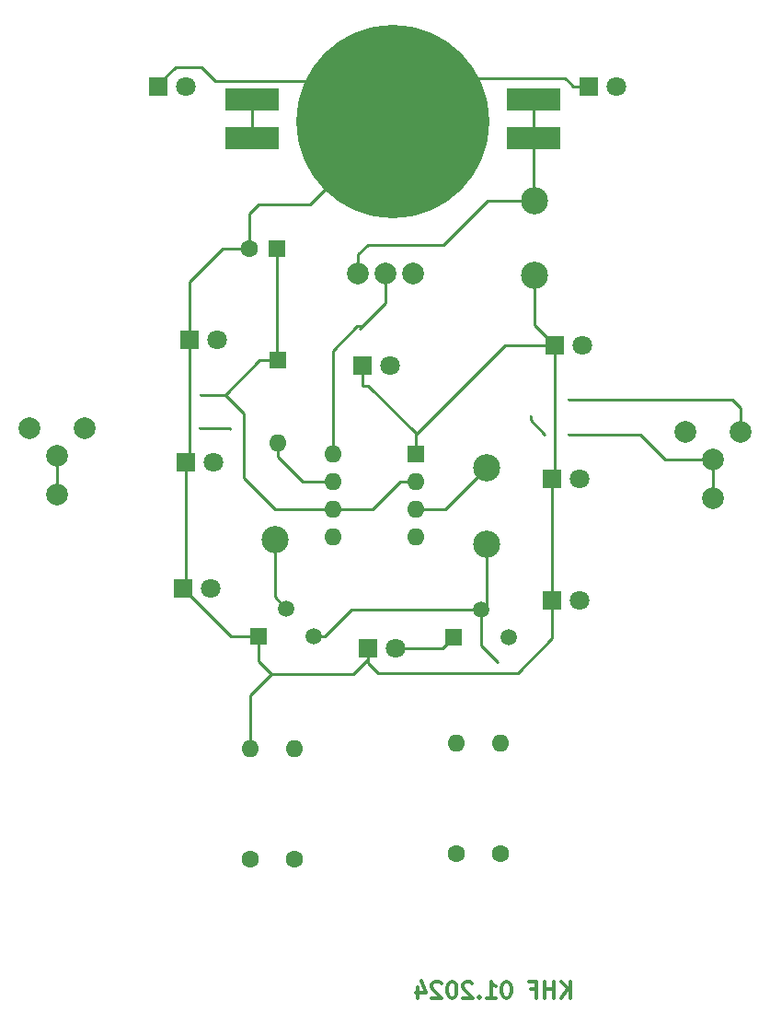
<source format=gbr>
%TF.GenerationSoftware,KiCad,Pcbnew,8.0.1*%
%TF.CreationDate,2024-04-02T10:46:18+02:00*%
%TF.ProjectId,ROBO_III,524f424f-5f49-4494-992e-6b696361645f,rev?*%
%TF.SameCoordinates,Original*%
%TF.FileFunction,Copper,L2,Bot*%
%TF.FilePolarity,Positive*%
%FSLAX46Y46*%
G04 Gerber Fmt 4.6, Leading zero omitted, Abs format (unit mm)*
G04 Created by KiCad (PCBNEW 8.0.1) date 2024-04-02 10:46:18*
%MOMM*%
%LPD*%
G01*
G04 APERTURE LIST*
%ADD10C,0.300000*%
%TA.AperFunction,NonConductor*%
%ADD11C,0.300000*%
%TD*%
%TA.AperFunction,ComponentPad*%
%ADD12R,1.800000X1.800000*%
%TD*%
%TA.AperFunction,ComponentPad*%
%ADD13C,1.800000*%
%TD*%
%TA.AperFunction,ComponentPad*%
%ADD14R,1.500000X1.500000*%
%TD*%
%TA.AperFunction,ComponentPad*%
%ADD15C,1.500000*%
%TD*%
%TA.AperFunction,ComponentPad*%
%ADD16C,1.600000*%
%TD*%
%TA.AperFunction,ComponentPad*%
%ADD17O,1.600000X1.600000*%
%TD*%
%TA.AperFunction,SMDPad,CuDef*%
%ADD18C,2.500000*%
%TD*%
%TA.AperFunction,ComponentPad*%
%ADD19R,1.600000X1.600000*%
%TD*%
%TA.AperFunction,ComponentPad*%
%ADD20C,2.000000*%
%TD*%
%TA.AperFunction,SMDPad,CuDef*%
%ADD21R,5.000000X2.000000*%
%TD*%
%TA.AperFunction,SMDPad,CuDef*%
%ADD22C,17.780000*%
%TD*%
%TA.AperFunction,ViaPad*%
%ADD23C,0.300000*%
%TD*%
%TA.AperFunction,Conductor*%
%ADD24C,0.250000*%
%TD*%
G04 APERTURE END LIST*
D10*
D11*
X87175489Y-118190828D02*
X87175489Y-116690828D01*
X86318346Y-118190828D02*
X86961203Y-117333685D01*
X86318346Y-116690828D02*
X87175489Y-117547971D01*
X85675489Y-118190828D02*
X85675489Y-116690828D01*
X85675489Y-117405114D02*
X84818346Y-117405114D01*
X84818346Y-118190828D02*
X84818346Y-116690828D01*
X83604060Y-117405114D02*
X84104060Y-117405114D01*
X84104060Y-118190828D02*
X84104060Y-116690828D01*
X84104060Y-116690828D02*
X83389774Y-116690828D01*
X81389774Y-116690828D02*
X81246917Y-116690828D01*
X81246917Y-116690828D02*
X81104060Y-116762257D01*
X81104060Y-116762257D02*
X81032632Y-116833685D01*
X81032632Y-116833685D02*
X80961203Y-116976542D01*
X80961203Y-116976542D02*
X80889774Y-117262257D01*
X80889774Y-117262257D02*
X80889774Y-117619400D01*
X80889774Y-117619400D02*
X80961203Y-117905114D01*
X80961203Y-117905114D02*
X81032632Y-118047971D01*
X81032632Y-118047971D02*
X81104060Y-118119400D01*
X81104060Y-118119400D02*
X81246917Y-118190828D01*
X81246917Y-118190828D02*
X81389774Y-118190828D01*
X81389774Y-118190828D02*
X81532632Y-118119400D01*
X81532632Y-118119400D02*
X81604060Y-118047971D01*
X81604060Y-118047971D02*
X81675489Y-117905114D01*
X81675489Y-117905114D02*
X81746917Y-117619400D01*
X81746917Y-117619400D02*
X81746917Y-117262257D01*
X81746917Y-117262257D02*
X81675489Y-116976542D01*
X81675489Y-116976542D02*
X81604060Y-116833685D01*
X81604060Y-116833685D02*
X81532632Y-116762257D01*
X81532632Y-116762257D02*
X81389774Y-116690828D01*
X79461203Y-118190828D02*
X80318346Y-118190828D01*
X79889775Y-118190828D02*
X79889775Y-116690828D01*
X79889775Y-116690828D02*
X80032632Y-116905114D01*
X80032632Y-116905114D02*
X80175489Y-117047971D01*
X80175489Y-117047971D02*
X80318346Y-117119400D01*
X78818347Y-118047971D02*
X78746918Y-118119400D01*
X78746918Y-118119400D02*
X78818347Y-118190828D01*
X78818347Y-118190828D02*
X78889775Y-118119400D01*
X78889775Y-118119400D02*
X78818347Y-118047971D01*
X78818347Y-118047971D02*
X78818347Y-118190828D01*
X78175489Y-116833685D02*
X78104061Y-116762257D01*
X78104061Y-116762257D02*
X77961204Y-116690828D01*
X77961204Y-116690828D02*
X77604061Y-116690828D01*
X77604061Y-116690828D02*
X77461204Y-116762257D01*
X77461204Y-116762257D02*
X77389775Y-116833685D01*
X77389775Y-116833685D02*
X77318346Y-116976542D01*
X77318346Y-116976542D02*
X77318346Y-117119400D01*
X77318346Y-117119400D02*
X77389775Y-117333685D01*
X77389775Y-117333685D02*
X78246918Y-118190828D01*
X78246918Y-118190828D02*
X77318346Y-118190828D01*
X76389775Y-116690828D02*
X76246918Y-116690828D01*
X76246918Y-116690828D02*
X76104061Y-116762257D01*
X76104061Y-116762257D02*
X76032633Y-116833685D01*
X76032633Y-116833685D02*
X75961204Y-116976542D01*
X75961204Y-116976542D02*
X75889775Y-117262257D01*
X75889775Y-117262257D02*
X75889775Y-117619400D01*
X75889775Y-117619400D02*
X75961204Y-117905114D01*
X75961204Y-117905114D02*
X76032633Y-118047971D01*
X76032633Y-118047971D02*
X76104061Y-118119400D01*
X76104061Y-118119400D02*
X76246918Y-118190828D01*
X76246918Y-118190828D02*
X76389775Y-118190828D01*
X76389775Y-118190828D02*
X76532633Y-118119400D01*
X76532633Y-118119400D02*
X76604061Y-118047971D01*
X76604061Y-118047971D02*
X76675490Y-117905114D01*
X76675490Y-117905114D02*
X76746918Y-117619400D01*
X76746918Y-117619400D02*
X76746918Y-117262257D01*
X76746918Y-117262257D02*
X76675490Y-116976542D01*
X76675490Y-116976542D02*
X76604061Y-116833685D01*
X76604061Y-116833685D02*
X76532633Y-116762257D01*
X76532633Y-116762257D02*
X76389775Y-116690828D01*
X75318347Y-116833685D02*
X75246919Y-116762257D01*
X75246919Y-116762257D02*
X75104062Y-116690828D01*
X75104062Y-116690828D02*
X74746919Y-116690828D01*
X74746919Y-116690828D02*
X74604062Y-116762257D01*
X74604062Y-116762257D02*
X74532633Y-116833685D01*
X74532633Y-116833685D02*
X74461204Y-116976542D01*
X74461204Y-116976542D02*
X74461204Y-117119400D01*
X74461204Y-117119400D02*
X74532633Y-117333685D01*
X74532633Y-117333685D02*
X75389776Y-118190828D01*
X75389776Y-118190828D02*
X74461204Y-118190828D01*
X73175491Y-117190828D02*
X73175491Y-118190828D01*
X73532633Y-116619400D02*
X73889776Y-117690828D01*
X73889776Y-117690828D02*
X72961205Y-117690828D01*
D12*
%TO.P,D11,1,K*%
%TO.N,Net-(D1-K)*%
X88892500Y-34392500D03*
D13*
%TO.P,D11,2,A*%
%TO.N,Net-(D1-A)*%
X91432500Y-34392500D03*
%TD*%
D12*
%TO.P,D8,1,K*%
%TO.N,Net-(D1-K)*%
X51592500Y-80567500D03*
D13*
%TO.P,D8,2,A*%
%TO.N,Net-(D1-A)*%
X54132500Y-80567500D03*
%TD*%
D12*
%TO.P,D2,1,K*%
%TO.N,Net-(D1-K)*%
X68077500Y-60042500D03*
D13*
%TO.P,D2,2,A*%
%TO.N,Net-(D1-A)*%
X70617500Y-60042500D03*
%TD*%
D14*
%TO.P,T2,1,E*%
%TO.N,Net-(D1-K)*%
X58527500Y-84907500D03*
D15*
%TO.P,T2,2,B*%
%TO.N,Net-(Q1-B)*%
X61067500Y-82367500D03*
%TO.P,T2,3,C*%
%TO.N,Net-(Q1-C)*%
X63607500Y-84907500D03*
%TD*%
D12*
%TO.P,D4,1,K*%
%TO.N,Net-(D1-K)*%
X85767500Y-58142500D03*
D13*
%TO.P,D4,2,A*%
%TO.N,Net-(D1-A)*%
X88307500Y-58142500D03*
%TD*%
D12*
%TO.P,D1,1,K*%
%TO.N,Net-(D1-K)*%
X52127500Y-57667500D03*
D13*
%TO.P,D1,2,A*%
%TO.N,Net-(D1-A)*%
X54667500Y-57667500D03*
%TD*%
D12*
%TO.P,D5,1,K*%
%TO.N,Net-(D1-K)*%
X85542500Y-70492500D03*
D13*
%TO.P,D5,2,A*%
%TO.N,Net-(D1-A)*%
X88082500Y-70492500D03*
%TD*%
D12*
%TO.P,D9,1,K*%
%TO.N,Net-(D1-K)*%
X51842500Y-68942500D03*
D13*
%TO.P,D9,2,A*%
%TO.N,Net-(D1-A)*%
X54382500Y-68942500D03*
%TD*%
D14*
%TO.P,T1,1,E*%
%TO.N,Net-(D1-A)*%
X76452500Y-84982500D03*
D15*
%TO.P,T1,2,B*%
%TO.N,Net-(Q1-C)*%
X78992500Y-82442500D03*
%TO.P,T1,3,C*%
%TO.N,Net-(Q2-C)*%
X81532500Y-84982500D03*
%TD*%
D12*
%TO.P,D6,1,K*%
%TO.N,Net-(D1-K)*%
X85542500Y-81642500D03*
D13*
%TO.P,D6,2,A*%
%TO.N,Net-(D1-A)*%
X88082500Y-81642500D03*
%TD*%
D12*
%TO.P,D7,1,K*%
%TO.N,Net-(D1-K)*%
X68592500Y-86017500D03*
D13*
%TO.P,D7,2,A*%
%TO.N,Net-(D1-A)*%
X71132500Y-86017500D03*
%TD*%
D12*
%TO.P,D10,1,K*%
%TO.N,Net-(D1-K)*%
X49317500Y-34392500D03*
D13*
%TO.P,D10,2,A*%
%TO.N,Net-(D1-A)*%
X51857500Y-34392500D03*
%TD*%
D16*
%TO.P,R3,1*%
%TO.N,Net-(D3-K)*%
X61817500Y-105402500D03*
D17*
%TO.P,R3,2*%
%TO.N,Net-(Q1-B)*%
X61817500Y-95242500D03*
%TD*%
D18*
%TO.P,T2_B,1*%
%TO.N,Net-(Q1-C)*%
X79542500Y-76442500D03*
%TD*%
%TO.P,GND,1*%
%TO.N,Net-(D1-K)*%
X83942500Y-51742500D03*
%TD*%
D19*
%TO.P,C1,1*%
%TO.N,Net-(D3-K)*%
X60192500Y-49292500D03*
D16*
%TO.P,C1,2*%
%TO.N,Net-(D1-K)*%
X57692500Y-49292500D03*
%TD*%
D20*
%TO.P,P1,1,1*%
%TO.N,Net-(S1-E)*%
X102897500Y-66142500D03*
%TO.P,P1,2,2*%
%TO.N,unconnected-(P1-Pad2)*%
X97817500Y-66142500D03*
%TO.P,P1,3,3*%
%TO.N,Net-(D3-A)*%
X100357500Y-72238500D03*
X100357500Y-68682500D03*
%TD*%
%TO.P,S1,1,A*%
%TO.N,Net-(S1-A-Pad1)*%
X67667500Y-51617500D03*
%TO.P,S1,2,E*%
%TO.N,Net-(S1-E)*%
X70207500Y-51617500D03*
%TO.P,S1,3,A*%
%TO.N,unconnected-(S1-A-Pad3)*%
X72747500Y-51617500D03*
%TD*%
D16*
%TO.P,R5,1*%
%TO.N,Net-(S1-E)*%
X80792500Y-104952500D03*
D17*
%TO.P,R5,2*%
%TO.N,Net-(Q1-C)*%
X80792500Y-94792500D03*
%TD*%
D16*
%TO.P,R6,1*%
%TO.N,Net-(S1-E)*%
X76742500Y-104952500D03*
D17*
%TO.P,R6,2*%
%TO.N,Net-(Q2-C)*%
X76742500Y-94792500D03*
%TD*%
D16*
%TO.P,R4,1*%
%TO.N,Net-(Q1-B)*%
X57767500Y-105402500D03*
D17*
%TO.P,R4,2*%
%TO.N,Net-(D1-K)*%
X57767500Y-95242500D03*
%TD*%
D20*
%TO.P,P2,1,1*%
%TO.N,Net-(D3-A)*%
X42481300Y-65831700D03*
%TO.P,P2,2,2*%
%TO.N,unconnected-(P2-Pad2)*%
X37401300Y-65831700D03*
%TO.P,P2,3,3*%
%TO.N,Net-(D3-K)*%
X39941300Y-71927700D03*
X39941300Y-68371700D03*
%TD*%
D19*
%TO.P,D3,1,K*%
%TO.N,Net-(D3-K)*%
X60292500Y-59547500D03*
D17*
%TO.P,D3,2,A*%
%TO.N,Net-(D3-A)*%
X60292500Y-67167500D03*
%TD*%
D18*
%TO.P,Q,1*%
%TO.N,Net-(U1-Pad3)*%
X79542500Y-69417500D03*
%TD*%
%TO.P,T1_B,1*%
%TO.N,Net-(Q1-B)*%
X59992500Y-76042500D03*
%TD*%
D21*
%TO.P,U2,1*%
%TO.N,Net-(S1-A-Pad1)*%
X57938500Y-35535500D03*
X57938500Y-39091500D03*
X83832500Y-35535500D03*
X83832500Y-39091500D03*
D22*
%TO.P,U2,2*%
%TO.N,Net-(D1-K)*%
X70892500Y-37567500D03*
%TD*%
D19*
%TO.P,U1,1,GND*%
%TO.N,Net-(D1-K)*%
X72962500Y-68162500D03*
D17*
%TO.P,U1,2,TR*%
%TO.N,Net-(D3-K)*%
X72962500Y-70702500D03*
%TO.P,U1,3,Q*%
%TO.N,Net-(U1-Pad3)*%
X72962500Y-73242500D03*
%TO.P,U1,4,R*%
%TO.N,Net-(S1-E)*%
X72962500Y-75782500D03*
%TO.P,U1,5,CV*%
%TO.N,unconnected-(U1-CV-Pad5)*%
X65342500Y-75782500D03*
%TO.P,U1,6,THR*%
%TO.N,Net-(D3-K)*%
X65342500Y-73242500D03*
%TO.P,U1,7,DIS*%
%TO.N,Net-(D3-A)*%
X65342500Y-70702500D03*
%TO.P,U1,8,VCC*%
%TO.N,Net-(S1-E)*%
X65342500Y-68162500D03*
%TD*%
D18*
%TO.P,VCC,1*%
%TO.N,Net-(S1-A-Pad1)*%
X83917500Y-44867500D03*
%TD*%
D23*
%TO.N,Net-(D3-K)*%
X53167500Y-62717500D03*
%TO.N,Net-(D3-A)*%
X84867500Y-66392500D03*
X55917500Y-65867500D03*
X87042500Y-66392500D03*
X83542500Y-64667500D03*
X53117500Y-65817500D03*
%TO.N,Net-(S1-E)*%
X87067500Y-63192500D03*
%TO.N,Net-(Q1-C)*%
X80492500Y-87267500D03*
%TD*%
D24*
%TO.N,Net-(D3-K)*%
X72962500Y-70702500D02*
X71557500Y-70702500D01*
X57117500Y-70342500D02*
X57117500Y-64417500D01*
X60017500Y-73242500D02*
X57117500Y-70342500D01*
X65342500Y-73242500D02*
X60017500Y-73242500D01*
X58587500Y-59547500D02*
X55417500Y-62717500D01*
X60192500Y-49292500D02*
X60192500Y-59447500D01*
X57117500Y-64417500D02*
X55417500Y-62717500D01*
X60192500Y-59447500D02*
X60292500Y-59547500D01*
X58662500Y-59547500D02*
X58587500Y-59547500D01*
X71557500Y-70702500D02*
X69017500Y-73242500D01*
X60292500Y-59547500D02*
X58662500Y-59547500D01*
X39941300Y-68371700D02*
X39941300Y-71927700D01*
X55417500Y-62717500D02*
X53167500Y-62717500D01*
X69017500Y-73242500D02*
X65342500Y-73242500D01*
%TO.N,Net-(D1-K)*%
X85767500Y-70267500D02*
X85542500Y-70492500D01*
X51842500Y-80317500D02*
X51592500Y-80567500D01*
X87367500Y-34392500D02*
X87367500Y-34242500D01*
X82367500Y-88317500D02*
X85542500Y-85142500D01*
X70892500Y-37567500D02*
X63217500Y-45242500D01*
X59717500Y-88417500D02*
X57767500Y-90367500D01*
X57692500Y-46042500D02*
X57692500Y-49292500D01*
X72962500Y-66367500D02*
X72962500Y-68162500D01*
X51842500Y-68942500D02*
X51842500Y-80317500D01*
X58527500Y-87227500D02*
X59717500Y-88417500D01*
X49317500Y-34392500D02*
X49317500Y-34142500D01*
X54492500Y-33867500D02*
X67192500Y-33867500D01*
X52127500Y-68657500D02*
X51842500Y-68942500D01*
X85767500Y-58142500D02*
X85767500Y-70267500D01*
X55217500Y-49292500D02*
X57692500Y-49292500D01*
X67192500Y-33867500D02*
X70892500Y-37567500D01*
X68592500Y-86017500D02*
X68592500Y-87417500D01*
X83942500Y-51742500D02*
X83942500Y-56317500D01*
X59717500Y-88417500D02*
X67242500Y-88417500D01*
X74867500Y-33592500D02*
X70892500Y-37567500D01*
X68592500Y-87067500D02*
X68592500Y-86017500D01*
X85542500Y-70492500D02*
X85542500Y-81642500D01*
X52127500Y-57667500D02*
X52127500Y-52382500D01*
X68602500Y-61877500D02*
X72962500Y-66237500D01*
X67242500Y-88417500D02*
X68592500Y-87067500D01*
X81187500Y-58142500D02*
X85767500Y-58142500D01*
X58527500Y-84907500D02*
X58527500Y-87227500D01*
X85542500Y-85142500D02*
X85542500Y-81642500D01*
X87367500Y-34242500D02*
X86717500Y-33592500D01*
X49317500Y-34142500D02*
X50842500Y-32617500D01*
X72962500Y-66237500D02*
X72962500Y-66367500D01*
X68592500Y-87417500D02*
X69492500Y-88317500D01*
X58492500Y-45242500D02*
X57692500Y-46042500D01*
X55932500Y-84907500D02*
X58527500Y-84907500D01*
X53242500Y-32617500D02*
X54492500Y-33867500D01*
X57767500Y-90367500D02*
X57767500Y-95242500D01*
X52127500Y-52382500D02*
X55217500Y-49292500D01*
X69492500Y-88317500D02*
X82367500Y-88317500D01*
X88892500Y-34392500D02*
X87367500Y-34392500D01*
X63217500Y-45242500D02*
X58492500Y-45242500D01*
X68077500Y-60042500D02*
X68077500Y-61877500D01*
X50842500Y-32617500D02*
X53242500Y-32617500D01*
X68077500Y-61877500D02*
X68602500Y-61877500D01*
X51592500Y-80567500D02*
X55932500Y-84907500D01*
X72962500Y-66367500D02*
X81187500Y-58142500D01*
X52127500Y-57667500D02*
X52127500Y-68657500D01*
X83942500Y-56317500D02*
X85767500Y-58142500D01*
X86717500Y-33592500D02*
X74867500Y-33592500D01*
%TO.N,Net-(D1-A)*%
X75417500Y-86017500D02*
X76452500Y-84982500D01*
X71132500Y-86017500D02*
X75417500Y-86017500D01*
%TO.N,Net-(D3-A)*%
X53117500Y-65817500D02*
X55867500Y-65817500D01*
X62577500Y-70702500D02*
X65342500Y-70702500D01*
X60292500Y-68417500D02*
X62577500Y-70702500D01*
X60292500Y-67167500D02*
X60292500Y-68417500D01*
X95942500Y-68692500D02*
X95952500Y-68682500D01*
X55867500Y-65817500D02*
X55917500Y-65867500D01*
X83542500Y-65067500D02*
X84867500Y-66392500D01*
X93642500Y-66392500D02*
X95942500Y-68692500D01*
X100357500Y-72238500D02*
X100357500Y-68682500D01*
X95952500Y-68682500D02*
X100357500Y-68682500D01*
X83542500Y-64667500D02*
X83542500Y-65067500D01*
X87042500Y-66392500D02*
X93642500Y-66392500D01*
%TO.N,Net-(S1-E)*%
X70207500Y-54277500D02*
X68055000Y-56430000D01*
X68055000Y-56430000D02*
X67792500Y-56692500D01*
X65342500Y-58692500D02*
X67605000Y-56430000D01*
X102117500Y-63192500D02*
X102897500Y-63972500D01*
X70207500Y-51617500D02*
X70207500Y-54277500D01*
X67605000Y-56430000D02*
X68055000Y-56430000D01*
X102897500Y-63972500D02*
X102897500Y-66142500D01*
X65342500Y-68162500D02*
X65342500Y-58692500D01*
X87067500Y-63192500D02*
X102117500Y-63192500D01*
%TO.N,Net-(U1-Pad3)*%
X75717500Y-73242500D02*
X72962500Y-73242500D01*
X79542500Y-69417500D02*
X75717500Y-73242500D01*
%TO.N,Net-(Q1-B)*%
X59992500Y-76042500D02*
X59992500Y-81292500D01*
X59992500Y-81292500D02*
X61067500Y-82367500D01*
%TO.N,Net-(Q1-C)*%
X78992500Y-82442500D02*
X78992500Y-85767500D01*
X64627500Y-84907500D02*
X67092500Y-82442500D01*
X78992500Y-85767500D02*
X80492500Y-87267500D01*
X79542500Y-76442500D02*
X79542500Y-81892500D01*
X67092500Y-82442500D02*
X78992500Y-82442500D01*
X79542500Y-81892500D02*
X78992500Y-82442500D01*
X63607500Y-84907500D02*
X64627500Y-84907500D01*
%TO.N,Net-(S1-A-Pad1)*%
X57938500Y-35535500D02*
X57938500Y-39091500D01*
X75542500Y-48917500D02*
X68567500Y-48917500D01*
X83832500Y-35535500D02*
X83832500Y-39091500D01*
X83832500Y-44782500D02*
X83917500Y-44867500D01*
X83917500Y-44867500D02*
X79592500Y-44867500D01*
X83832500Y-39091500D02*
X83832500Y-44782500D01*
X67667500Y-49817500D02*
X67667500Y-51617500D01*
X79592500Y-44867500D02*
X75542500Y-48917500D01*
X68567500Y-48917500D02*
X67667500Y-49817500D01*
%TD*%
M02*

</source>
